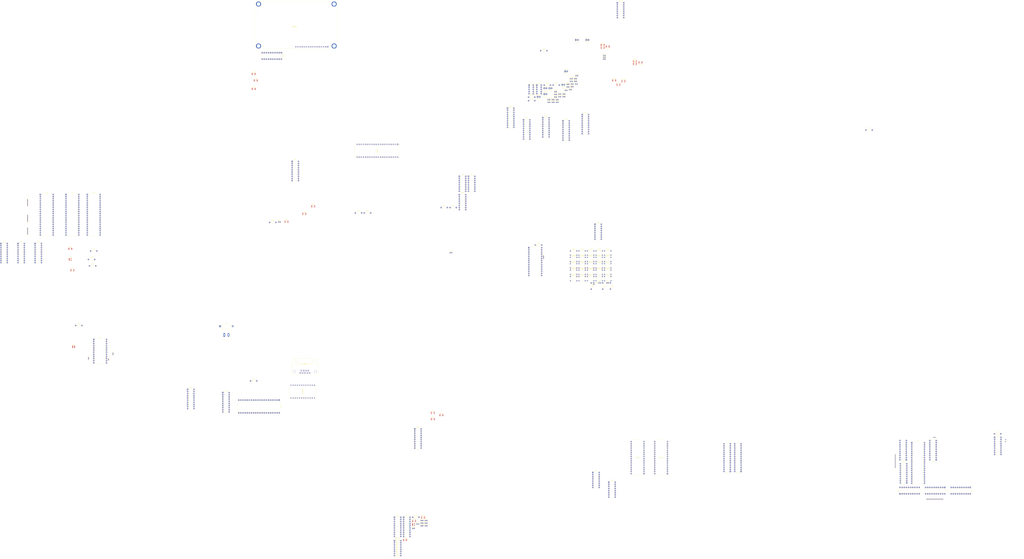
<source format=kicad_pcb>
(kicad_pcb (version 20211014) (generator pcbnew)
  (layers (0 "F.Cu" power "PWR") (1 "In1.Cu" signal "A.Cu") (2 "In2.Cu" signal "B.Cu") (3 "In3.Cu" signal "C.Cu") (4 "In4.Cu" signal "D.Cu") (31 "B.Cu" power "GND") (34 "B.Paste" user) (35 "F.Paste" user) (36 "B.SilkS" user "B.Silkscreen") (37 "F.SilkS" user "F.Silkscreen") (38 "B.Mask" user "B.Something") (39 "F.Mask" user) (44 "Edge.Cuts" user))
  (net 0 "")
  (net 1 "VCC")
  (net 2 "GND")
  (net 3 "Net-(C11-Pad1)")
  (net 4 "Net-(C42-Pad1)")
  (net 5 "Net-(C61-Pad1)")
  (net 6 "Net-(D111-Pad1)")
  (net 7 "Net-(D111-Pad2)")
  (net 8 "Net-(D112-Pad1)")
  (net 9 "Net-(D112-Pad2)")
  (net 10 "Net-(D113-Pad1)")
  (net 11 "Net-(D113-Pad2)")
  (net 12 "Net-(D114-Pad1)")
  (net 13 "Net-(D114-Pad2)")
  (net 14 "Net-(D115-Pad1)")
  (net 15 "Net-(D115-Pad2)")
  (net 16 "Net-(D116-Pad1)")
  (net 17 "Net-(D116-Pad2)")
  (net 18 "Net-(D117-Pad1)")
  (net 19 "Net-(D117-Pad2)")
  (net 20 "Net-(D118-Pad1)")
  (net 21 "Net-(D118-Pad2)")
  (net 22 "A1")
  (net 23 "WR")
  (net 24 "/LCD Bullet 10/CS")
  (net 25 "D0")
  (net 26 "D1")
  (net 27 "D2")
  (net 28 "D3")
  (net 29 "D7")
  (net 30 "D6")
  (net 31 "D5")
  (net 32 "D4")
  (net 37 "A0")
  (net 38 "A2")
  (net 39 "A3")
  (net 40 "A4")
  (net 41 "A5")
  (net 42 "A6")
  (net 43 "A7")
  (net 44 "A8")
  (net 45 "A9")
  (net 46 "A10")
  (net 47 "A11")
  (net 48 "A12")
  (net 49 "A13")
  (net 50 "A14")
  (net 51 "A15")
  (net 52 "A16")
  (net 53 "A17")
  (net 54 "A18")
  (net 55 "A19")
  (net 56 "D8")
  (net 57 "D9")
  (net 58 "D10")
  (net 59 "D11")
  (net 60 "D12")
  (net 61 "D13")
  (net 62 "D14")
  (net 63 "D15")
  (net 64 "M{slash}IO")
  (net 65 "RD")
  (net 66 "PA0")
  (net 67 "PA1")
  (net 68 "PA2")
  (net 69 "PA3")
  (net 70 "PA4")
  (net 71 "PA5")
  (net 72 "PA6")
  (net 73 "PA7")
  (net 74 "PB0")
  (net 75 "PB1")
  (net 76 "PB2")
  (net 77 "PB3")
  (net 78 "PB4")
  (net 79 "PB5")
  (net 80 "PB6")
  (net 81 "PB7")
  (net 82 "PC0")
  (net 83 "PC1")
  (net 84 "PC2")
  (net 85 "PC3")
  (net 86 "PC4")
  (net 87 "PC5")
  (net 88 "PC6")
  (net 89 "PC7")
  (net 90 "Net-(J61-Pad1)")
  (net 91 "Net-(J61-Pad2)")
  (net 92 "Net-(J61-Pad3)")
  (net 93 "Net-(J61-Pad4)")
  (net 94 "Net-(J71-Pad1)")
  (net 95 "Net-(J71-Pad2)")
  (net 96 "Net-(J71-Pad3)")
  (net 97 "Net-(J72-Pad1)")
  (net 98 "Net-(J72-Pad2)")
  (net 99 "Net-(J73-Pad1)")
  (net 100 "Net-(J73-Pad2)")
  (net 101 "Net-(J73-Pad3)")
  (net 102 "RDSR")
  (net 103 "RRD")
  (net 104 "RTD")
  (net 105 "RDTR")
  (net 106 "RRTS")
  (net 107 "RCTS")
  (net 109 "Net-(R11-Pad1)")
  (net 110 "Net-(R61-Pad1)")
  (net 111 "Net-(R62-Pad1)")
  (net 112 "Net-(R83-Pad1)")
  (net 113 "Net-(R119-Pad1)")
  (net 114 "Net-(R119-Pad2)")
  (net 115 "Net-(R121-Pad2)")
  (net 116 "Net-(R122-Pad2)")
  (net 117 "Net-(R123-Pad2)")
  (net 118 "Net-(R124-Pad2)")
  (net 119 "Net-(R125-Pad2)")
  (net 120 "Net-(R126-Pad2)")
  (net 121 "Net-(R127-Pad2)")
  (net 122 "Net-(R128-Pad2)")
  (net 123 "Net-(R1110-Pad1)")
  (net 124 "Net-(R1110-Pad2)")
  (net 125 "Net-(R1111-Pad1)")
  (net 126 "Net-(R1111-Pad2)")
  (net 127 "Net-(R1112-Pad1)")
  (net 128 "Net-(R1112-Pad2)")
  (net 129 "Net-(R1113-Pad1)")
  (net 130 "Net-(R1113-Pad2)")
  (net 131 "Net-(R1114-Pad1)")
  (net 132 "Net-(R1114-Pad2)")
  (net 133 "Net-(R1115-Pad1)")
  (net 134 "Net-(R1115-Pad2)")
  (net 135 "Net-(R1116-Pad1)")
  (net 136 "Net-(R1116-Pad2)")
  (net 137 "Net-(R1117-Pad1)")
  (net 138 "Net-(R1117-Pad2)")
  (net 139 "Net-(R1118-Pad1)")
  (net 140 "Net-(R1118-Pad2)")
  (net 141 "Net-(R1119-Pad1)")
  (net 142 "Net-(R1119-Pad2)")
  (net 143 "Net-(R1120-Pad1)")
  (net 144 "Net-(R1120-Pad2)")
  (net 145 "Net-(R1121-Pad1)")
  (net 146 "Net-(R1121-Pad2)")
  (net 147 "Net-(R1122-Pad1)")
  (net 148 "Net-(R1122-Pad2)")
  (net 149 "Net-(R1123-Pad1)")
  (net 150 "Net-(R1123-Pad2)")
  (net 151 "Net-(R1124-Pad1)")
  (net 152 "Net-(R1124-Pad2)")
  (net 153 "Net-(R1125-Pad1)")
  (net 154 "Net-(R1126-Pad2)")
  (net 155 "Net-(R1127-Pad1)")
  (net 156 "Net-(R1128-Pad1)")
  (net 157 "Net-(SW81-Pad1)")
  (net 158 "Net-(SW82-Pad1)")
  (net 159 "/8279 Bullet 8/RL0")
  (net 160 "Net-(SW813-Pad2)")
  (net 161 "Net-(SW814-Pad2)")
  (net 162 "Net-(SW810-Pad2)")
  (net 163 "Net-(SW811-Pad2)")
  (net 164 "Net-(SW812-Pad2)")
  (net 165 "/8279 Bullet 8/RL1")
  (net 166 "/8279 Bullet 8/RL2")
  (net 167 "/8279 Bullet 8/RL3")
  (net 168 "/8086 Bullet One/AD14")
  (net 169 "/8086 Bullet One/AD13")
  (net 170 "/8086 Bullet One/AD12")
  (net 171 "/8086 Bullet One/AD11")
  (net 172 "/8086 Bullet One/AD10")
  (net 173 "/8086 Bullet One/AD9")
  (net 174 "/8086 Bullet One/AD8")
  (net 175 "/8086 Bullet One/AD7")
  (net 176 "/8086 Bullet One/AD6")
  (net 177 "/8086 Bullet One/AD5")
  (net 178 "/8086 Bullet One/AD4")
  (net 179 "/8086 Bullet One/AD3")
  (net 180 "/8086 Bullet One/AD2")
  (net 181 "/8086 Bullet One/AD1")
  (net 182 "/8086 Bullet One/AD0")
  (net 183 "INTR")
  (net 184 "/8086 Bullet One/Clk")
  (net 185 "/8086 Bullet One/Reset")
  (net 186 "/8086 Bullet One/READY")
  (net 187 "INTA")
  (net 188 "Net-(U1-Pad25)")
  (net 189 "Net-(U1-Pad26)")
  (net 190 "Net-(U1-Pad27)")
  (net 191 "Net-(U1-Pad28)")
  (net 192 "Net-(U1-Pad29)")
  (net 194 "Net-(U1-Pad32)")
  (net 195 "Net-(U1-Pad34)")
  (net 196 "/8086 Bullet One/AD19")
  (net 197 "/8086 Bullet One/AD18")
  (net 198 "/8086 Bullet One/AD17")
  (net 199 "/8086 Bullet One/AD16")
  (net 200 "/8086 Bullet One/AD15")
  (net 201 "BHE")
  (net 213 "Net-(U21-Pad22)")
  (net 215 "Net-(U22-Pad22)")
  (net 231 "Net-(U31-Pad20)")
  (net 232 "Net-(U32-Pad4)")
  (net 240 "Net-(U33-Pad20)")
  (net 255 "PCLK")
  (net 258 "Net-(U41-Pad16)")
  (net 259 "Net-(U41-Pad17)")
  (net 260 "Net-(U51-Pad6)")
  (net 261 "Net-(U52-Pad19)")
  (net 262 "Net-(U53-Pad6)")
  (net 263 "Net-(U54-Pad19)")
  (net 264 "Net-(U55-Pad6)")
  (net 265 "Net-(U56-Pad19)")
  (net 266 "Net-(U61-Pad1)")
  (net 270 "IR1")
  (net 271 "/8259 Bullet 6/IR2")
  (net 272 "IR3")
  (net 273 "Net-(U62-Pad11)")
  (net 274 "Net-(U63-Pad7)")
  (net 275 "Net-(U64-Pad7)")
  (net 276 "Net-(U71-Pad21)")
  (net 277 "Net-(U72-Pad11)")
  (net 278 "Net-(U81-Pad22)")
  (net 288 "/8279 Bullet 8/SL0")
  (net 289 "/8279 Bullet 8/SL1")
  (net 290 "/8279 Bullet 8/SL2")
  (net 292 "Net-(U82-Pad11)")
  (net 293 "Net-(U83-Pad7)")
  (net 294 "Net-(U84-Pad7)")
  (net 298 "Net-(U91-Pad15)")
  (net 299 "URD")
  (net 300 "UTD")
  (net 301 "Net-(U91-Pad13)")
  (net 307 "URTS")
  (net 308 "UDTR")
  (net 310 "UCTS")
  (net 311 "UDSR")
  (net 322 "Net-(U102-Pad11)")
  (net 324 "Net-(U103-Pad7)")
  (net 325 "Net-(U104-Pad7)")
  (net 326 "Net-(U111-Pad11)")
  (net 327 "Net-(U115-Pad11)")
  (net 328 "Net-(U115-Pad19)")
  (net 329 "Net-(U1110-Pad7)")
  (net 330 "Net-(U117-Pad7)")
  (net 331 "Net-(U118-Pad6)")
  (net 332 "Net-(U121-Pad4)")
  (net 333 "Net-(U122-Pad19)")
  (net 334 "Net-(U123-Pad11)")
  (net 335 "Net-(U124-Pad7)")
  (net 336 "Net-(U125-Pad7)")
  (net 337 "Net-(U1112-Pad11)")
  (net 338 "Net-(U1115-Pad3)")
  (net 344 "Net-(U1115-Pad13)")
  (net 345 "Net-(U1115-Pad14)")
  (net 346 "Net-(U1115-Pad15)")
  (net 347 "Net-(U1116-Pad11)")
  (net 349 "Net-(U1117-Pad7)")
  (net 350 "Net-(U1118-Pad6)")
  (footprint "Capacitor_THT:C_Axial_L3.8mm_D2.6mm_P7.50mm_Horizontal" (layer "F.Cu") (at 329.85 46.135)
    (fp_text reference "C21")
    (fp_text value "0.1uF")
  )
  (footprint "Package_DIP:DIP-16_W7.62mm" (layer "F.Cu") (at 443.05 2.565)
    (fp_text reference "U32")
    (fp_text value "74LS138")
  )
  (footprint "Button_Switch_THT:SW_Tactile_Straight_KSA0Axx1LFTR" (layer "F.Cu") (at 615.95 121.92)
    (fp_text reference "SW0")
    (fp_text value "SW_Push")
  )
  (footprint "Button_Switch_THT:SW_Tactile_Straight_KSA0Axx1LFTR" (layer "F.Cu") (at 605.79 99.06)
    (fp_text reference "SW811")
    (fp_text value "SW_Push")
  )
  (footprint "Connector_PinHeader_1.00mm:PinHeader_1x03_P1.00mm_Vertical" (layer "F.Cu") (at 30.48 213.36)
    (fp_text reference "J73")
    (fp_text value "Conn_01x03")
  )
  (footprint "Package_SO:SSOP-8_2.95x2.8mm_P0.65mm" (layer "F.Cu") (at 237.19 56.515)
    (fp_text reference "U85")
    (fp_text value "74LVC2G32")
  )
  (footprint "Package_DIP:DIP-40_W15.24mm" (layer "F.Cu") (at 228.6 269.24 -90)
    (fp_text reference "U91")
    (fp_text value "16550")
  )
  (footprint "Button_Switch_THT:SW_Tactile_Straight_KSA0Axx1LFTR" (layer "F.Cu") (at 585.47 106.68)
    (fp_text reference "SW814")
    (fp_text value "SW_Push")
  )
  (footprint "Resistor_THT:R_Axial_DIN0204_L3.6mm_D1.6mm_P1.90mm_Vertical" (layer "F.Cu") (at 392.56 416.94)
    (fp_text reference "R124")
    (fp_text value "10k")
  )
  (footprint "Capacitor_THT:C_Axial_L3.8mm_D2.6mm_P7.50mm_Horizontal" (layer "F.Cu") (at 3.87 91.44)
    (fp_text reference "C51")
    (fp_text value "0.1uF")
  )
  (footprint "Button_Switch_THT:SW_Tactile_Straight_KSA0Axx1LFTR" (layer "F.Cu") (at 615.95 114.3)
    (fp_text reference "SW822")
    (fp_text value "SW_Push")
  )
  (footprint "Resistor_THT:R_Axial_DIN0204_L3.6mm_D1.6mm_P1.90mm_Vertical" (layer "F.Cu") (at 581.93 -117.42)
    (fp_text reference "R1128")
    (fp_text value "330")
  )
  (footprint "Connector_PinHeader_1.00mm:PinHeader_1x04_P1.00mm_Vertical" (layer "F.Cu") (at 543.26431 97.513317)
    (fp_text reference "J61")
    (fp_text value "Conn_01x04")
  )
  (footprint "Package_DIP:DIP-20_W7.62mm" (layer "F.Cu") (at 389.9 303.535)
    (fp_text reference "U62")
    (fp_text value "PAL16L8")
  )
  (footprint "Package_DIP:DIP-20_W7.62mm" (layer "F.Cu") (at 365.76 408.94)
    (fp_text reference "U123")
    (fp_text value "PAL16L8")
  )
  (footprint "Package_DIP:DIP-20_W7.62mm" (layer "F.Cu") (at 967.75 380.98 90)
    (fp_text reference "U2")
    (fp_text value "74AHC373")
  )
  (footprint "Package_DIP:DIP-20_W7.62mm" (layer "F.Cu") (at 519.44 -64.765)
    (fp_text reference "U111")
    (fp_text value "74LS374")
  )
  (footprint "Capacitor_THT:C_Axial_L3.8mm_D2.6mm_P7.50mm_Horizontal" (layer "F.Cu") (at 544.05 -106.27)
    (fp_text reference "C114")
    (fp_text value "0.1uF")
  )
  (footprint "Resistor_THT:R_Axial_DIN0204_L3.6mm_D1.6mm_P1.90mm_Vertical" (layer "F.Cu") (at 556.65 -95.12)
    (fp_text reference "R114")
    (fp_text value "330")
  )
  (footprint "Resistor_THT:R_Axial_DIN0204_L3.6mm_D1.6mm_P1.90mm_Vertical" (layer "F.Cu") (at 576.36 -107.52)
    (fp_text reference "R112")
    (fp_text value "330")
  )
  (footprint "Package_DIP:DIP-20_W7.62mm" (layer "F.Cu") (at 243.84 -15.24)
    (fp_text reference "U82")
    (fp_text value "PAL16L8")
  )
  (footprint "Capacitor_THT:C_Axial_L3.8mm_D2.6mm_P7.50mm_Horizontal" (layer "F.Cu") (at 525.43 -87.71)
    (fp_text reference "C113")
    (fp_text value "0.1uF")
  )
  (footprint "Package_SO:SSOP-8_2.95x2.8mm_P0.65mm" (layer "F.Cu") (at 198.12 -119.38)
    (fp_text reference "U103")
    (fp_text value "74LVC2G32")
  )
  (footprint "Resistor_THT:R_Axial_DIN0204_L3.6mm_D1.6mm_P1.90mm_Vertical" (layer "F.Cu") (at 576.36 -104.37)
    (fp_text reference "R1120")
    (fp_text value "300")
  )
  (footprint "Package_DIP:DIP-16_W7.62mm" (layer "F.Cu") (at 601.98 355.6)
    (fp_text reference "U24")
    (fp_text value "74LS138")
  )
  (footprint "Resistor_THT:R_Axial_DIN0204_L3.6mm_D1.6mm_P1.90mm_Vertical" (layer "F.Cu") (at 556.65 -98.27)
    (fp_text reference "R116")
    (fp_text value "330")
  )
  (footprint "Package_DIP:DIP-20_W7.62mm" (layer "F.Cu") (at 119.38 256.54)
    (fp_text reference "U72")
    (fp_text value "PAL16L8")
  )
  (footprint "Resistor_THT:R_Axial_DIN0204_L3.6mm_D1.6mm_P1.90mm_Vertical" (layer "F.Cu") (at 558.6 -88.82)
    (fp_text reference "R113")
    (fp_text value "330")
  )
  (footprint "Package_SO:SSOP-8_2.95x2.8mm_P0.65mm" (layer "F.Cu") (at 258.33 47.415)
    (fp_text reference "U83")
    (fp_text value "74LVC2G32")
  )
  (footprint "Resistor_THT:R_Axial_DIN0204_L3.6mm_D1.6mm_P1.90mm_Vertical" (layer "F.Cu") (at 561.61 -95.52)
    (fp_text reference "R1127")
    (fp_text value "330")
  )
  (footprint "Package_DIP:DIP-16_W7.62mm" (layer "F.Cu") (at 604.545 59.705)
    (fp_text reference "U86")
    (fp_text value "74LS138")
  )
  (footprint "Display_7Segment:HDSP-7401" (layer "F.Cu") (at 526.045 -106.155)
    (fp_text reference "U112")
    (fp_text value "HDSP-7401")
  )
  (footprint "Package_DIP:DIP-20_W7.62mm" (layer "F.Cu") (at 975.355 340.345 180)
    (fp_text reference "U6")
    (fp_text value "74LS245")
  )
  (footprint "Button_Switch_THT:SW_Tactile_Straight_KSA0Axx1LFTR" (layer "F.Cu") (at 605.79 91.44)
    (fp_text reference "SW86")
    (fp_text value "SW_Push")
  )
  (footprint "Package_DIP:DIP-20_W7.62mm" (layer "F.Cu") (at 1051.56 373.38 -90)
    (fp_text reference "U4")
    (fp_text value "74AHC373")
  )
  (footprint "Resistor_THT:R_Axial_DIN0204_L3.6mm_D1.6mm_P1.90mm_Vertical" (layer "F.Cu") (at 614.729545 -139.331306)
    (fp_text reference "R1112")
    (fp_text value "300")
  )
  (footprint "Package_DIP:DIP-28_W7.62mm" (layer "F.Cu") (at 778.5 354.32 180)
    (fp_text reference "U33")
    (fp_text value "CY7C199")
  )
  (footprint "Capacitor_THT:CP_Axial_L10.0mm_D4.5mm_P15.00mm_Horizontal" (layer "F.Cu") (at 158.133253 181.162334)
    (fp_text reference "C0")
    (fp_text value "100uF")
  )
  (footprint "Resistor_THT:R_Axial_DIN0204_L3.6mm_D1.6mm_P1.90mm_Vertical" (layer "F.Cu") (at 566.57 -92.37)
    (fp_text reference "R1124")
    (fp_text value "300")
  )
  (footprint "Capacitor_THT:C_Axial_L3.8mm_D2.6mm_P7.50mm_Horizontal" (layer "F.Cu") (at 217.1 57.435)
    (fp_text reference "C81")
    (fp_text value "0.1uF")
  )
  (footprint "Capacitor_THT:C_Axial_L3.8mm_D2.6mm_P7.50mm_Horizontal" (layer "F.Cu") (at 600.205863 129.547789 -90)
    (fp_text reference "C42")
    (fp_text value "10uF")
  )
  (footprint "Capacitor_THT:C_Axial_L3.8mm_D2.6mm_P7.50mm_Horizontal" (layer "F.Cu") (at 927.221965 -52.635635)
    (fp_text reference "C12")
    (fp_text value "0.1uF")
  )
  (footprint "Capacitor_THT:C_Axial_L3.8mm_D2.6mm_P7.50mm_Horizontal" (layer "F.Cu") (at 1080.314769 309.407462)
    (fp_text reference "C41")
    (fp_text value "0.1uF")
  )
  (footprint "LED_THT:LED_D1.8mm_W1.8mm_H2.4mm_Horizontal_O1.27mm_Z1.6mm" (layer "F.Cu") (at 544.25 -95.52)
    (fp_text reference "D116")
    (fp_text value "LED")
  )
  (footprint "Resistor_THT:R_Axial_DIN0204_L3.6mm_D1.6mm_P1.90mm_Vertical" (layer "F.Cu") (at 431.95 93.615)
    (fp_text reference "R62")
    (fp_text value "10K")
  )
  (footprint "Package_DIP:DIP-20_W7.62mm" (layer "F.Cu") (at 975.887741 367.997384 180)
    (fp_text reference "U5")
    (fp_text value "74LS245")
  )
  (footprint "Connector_PinHeader_1.00mm:PinHeader_1x08_P1.00mm_Vertical" (layer "F.Cu") (at -71.12 71.12 180)
    (fp_text reference "J52")
    (fp_text value "Conn_01x08")
  )
  (footprint "Resistor_THT:R_Axial_DIN0204_L3.6mm_D1.6mm_P1.90mm_Vertical" (layer "F.Cu") (at 574.21 -100.82)
    (fp_text reference "R1126")
    (fp_text value "330")
  )
  (footprint "Package_DIP:DIP-24_W15.24mm" (layer "F.Cu") (at 7.615 196.845)
    (fp_text reference "U71")
    (fp_text value "8254")
  )
  (footprint "Package_SO:SSOP-8_2.95x2.8mm_P0.65mm" (layer "F.Cu") (at 652.08542 -134.591069)
    (fp_text reference "U1117")
    (fp_text value "74LVC2G32")
  )
  (footprint "parts:28F010" (layer "F.Cu") (at 662.94 356.87 180)
    (fp_text reference "U21")
    (fp_text value "28F010")
  )
  (footprint "Connector_PinHeader_1.00mm:PinHeader_1x03_P1.00mm_Vertical" (layer "F.Cu") (at 1.473464 218.503289)
    (fp_text reference "J71")
    (fp_text value "Conn_01x03")
  )
  (footprint "Button_Switch_THT:SW_Tactile_Straight_KSA0Axx1LFTR" (layer "F.Cu") (at 575.31 99.06)
    (fp_text reference "SW88")
    (fp_text value "SW_Push")
  )
  (footprint "Package_SO:SSOP-8_2.95x2.8mm_P0.65mm" (layer "F.Cu") (at 632.46 -106.68)
    (fp_text reference "U1121")
    (fp_text value "74LVC2G32")
  )
  (footprint "Button_Switch_THT:SW_Tactile_Straight_KSA0Axx1LFTR" (layer "F.Cu") (at 615.95 99.06)
    (fp_text reference "SW812")
    (fp_text value "SW_Push")
  )
  (footprint "LED_THT:LED_D1.8mm_W1.8mm_H2.4mm_Horizontal_O1.27mm_Z1.6mm" (layer "F.Cu") (at 569.03 -122.52)
    (fp_text reference "D115")
    (fp_text value "LED")
  )
  (footprint "Package_SO:SSOP-8_2.95x2.8mm_P0.65mm" (layer "F.Cu") (at 378.26 436.04)
    (fp_text reference "U126")
    (fp_text value "74LVC2G32")
  )
  (footprint "Package_DIP:DIP-20_W7.62mm" (layer "F.Cu") (at -82.54 82.555)
    (fp_text reference "U56")
    (fp_text value "PAL16L8")
  )
  (footprint "Package_DIP:DIP-20_W7.62mm" (layer "F.Cu") (at 231.14 -144.78 -90)
    (fp_text reference "U102")
    (fp_text value "PAL16L8")
  )
  (footprint "Package_DIP:DIP-16_W7.62mm" (layer "F.Cu") (at 621.04 367.045)
    (fp_text reference "U23")
    (fp_text value "74LS138")
  )
  (footprint "parts:28F010" (layer "F.Cu") (at 690.88 356.87 180)
    (fp_text reference "U22")
    (fp_text value "28F010")
  )
  (footprint "Button_Switch_THT:SW_Tactile_Straight_KSA0Axx1LFTR" (layer "F.Cu") (at 585.47 114.3)
    (fp_text reference "SW819")
    (fp_text value "SW_Push")
  )
  (footprint "Resistor_THT:R_Axial_DIN0204_L3.6mm_D1.6mm_P1.90mm_Vertical" (layer "F.Cu") (at 556.65 -91.97)
    (fp_text reference "R1122")
    (fp_text value "300")
  )
  (footprint "Button_Switch_THT:SW_Tactile_Straight_KSA0Axx1LFTR" (layer "F.Cu") (at 575.31 121.92)
    (fp_text reference "SW82")
    (fp_text value "SW_Push")
  )
  (footprint "Resistor_THT:R_Axial_DIN0204_L3.6mm_D1.6mm_P1.90mm_Vertical" (layer "F.Cu") (at 571.4 -107.12)
    (fp_text reference "R1116")
    (fp_text value "300")
  )
  (footprint "TerminalBlock:TerminalBlock_Altech_AK300-2_P5.00mm" (layer "F.Cu") (at 163.107331 191.574116)
    (fp_text reference "P1")
    (fp_text value "Screw_Terminal_01x02")
  )
  (footprint "parts:DSUB-9" (layer "F.Cu") (at 259.08 226.06)
    (fp_text reference "J91")
    (fp_text value "DSUB-9")
  )
  (footprint "Package_TO_SOT_SMD:SOT-23-6" (layer "F.Cu") (at -16.3775 205.74)
    (fp_text reference "U73")
    (fp_text value "74LVC1G332")
  )
  (footprint "Resistor_THT:R_Axial_DIN0204_L3.6mm_D1.6mm_P1.90mm_Vertical" (layer "F.Cu") (at 553.64 -85.67)
    (fp_text reference "R1115")
    (fp_text value "300")
  )
  (footprint "Button_Switch_THT:SW_Tactile_Straight_KSA0Axx1LFTR" (layer "F.Cu") (at 595.63 114.3)
    (fp_text reference "SW820")
    (fp_text value "SW_Push")
  )
  (footprint "Resistor_THT:R_Axial_DIN0204_L3.6mm_D1.6mm_P1.90mm_Vertical" (layer "F.Cu") (at 402.48 415.94)
    (fp_text reference "R126")
    (fp_text value "10k")
  )
  (footprint "Capacitor_THT:C_Axial_L3.8mm_D2.6mm_P7.50mm_Horizontal" (layer "F.Cu") (at 525.43 -91.86)
    (fp_text reference "C112")
    (fp_text value "0.1uF")
  )
  (footprint "Package_DIP:DIP-40_W15.24mm" (layer "F.Cu") (at -25.405 24.135)
    (fp_text reference "U51")
    (fp_text value "8255")
  )
  (footprint "Button_Switch_THT:SW_Tactile_Straight_KSA0Axx1LFTR" (layer "F.Cu") (at 595.63 99.06)
    (fp_text reference "SW810")
    (fp_text value "SW_Push")
  )
  (footprint "Connector_PinHeader_1.00mm:PinHeader_1x20_P1.00mm_Vertical" (layer "F.Cu") (at 999.755234 387.34 90)
    (fp_text reference "J1")
    (fp_text value "Conn_01x20")
  )
  (footprint "Package_SO:SSOP-8_2.95x2.8mm_P0.65mm" (layer "F.Cu") (at 411.48 284.48)
    (fp_text reference "U63")
    (fp_text value "74LVC2G32")
  )
  (footprint "Resistor_THT:R_Axial_DIN0204_L3.6mm_D1.6mm_P1.90mm_Vertical" (layer "F.Cu") (at 548.68 -85.67)
    (fp_text reference "R118")
    (fp_text value "330")
  )
  (footprint "Button_Switch_THT:SW_Tactile_Straight_KSA0Axx1LFTR" (layer "F.Cu") (at 575.31 106.68)
    (fp_text reference "SW813")
    (fp_text value "SW_Push")
  )
  (footprint "Package_SO:SSOP-8_2.95x2.8mm_P0.65mm" (layer "F.Cu") (at 652.074054 -131.247923)
    (fp_text reference "U1119")
    (fp_text value "74LVC2G32")
  )
  (footprint "Resistor_THT:R_Axial_DIN0204_L3.6mm_D1.6mm_P1.90mm_Vertical" (layer "F.Cu") (at 569.25 -99.87)
    (fp_text reference "R1110")
    (fp_text value "300")
  )
  (footprint "LED_THT:LED_D1.8mm_W1.8mm_H2.4mm_Horizontal_O1.27mm_Z1.6mm" (layer "F.Cu") (at 565.55 -106.57)
    (fp_text reference "D117")
    (fp_text value "LED")
  )
  (footprint "Package_SO:SSOP-8_2.95x2.8mm_P0.65mm" (layer "F.Cu") (at 613.722168 -150.760163)
    (fp_text reference "U119")
    (fp_text value "74LVC2G32")
  )
  (footprint "Connector_PinHeader_1.00mm:PinHeader_1x16_P1.00mm_Vertical" (layer "F.Cu") (at 962.133069 349.335914 180)
    (fp_text reference "J2")
    (fp_text value "Conn_01x16")
  )
  (footprint "Resistor_THT:R_Axial_DIN0204_L3.6mm_D1.6mm_P1.90mm_Vertical" (layer "F.Cu") (at 580.34 -113.82)
    (fp_text reference "R111")
    (fp_text value "330")
  )
  (footprint "Resistor_THT:R_Axial_DIN0204_L3.6mm_D1.6mm_P1.90mm_Vertical" (layer "F.Cu") (at 575.38 -113.82)
    (fp_text reference "R1118")
    (fp_text value "300")
  )
  (footprint "Button_Switch_THT:SW_Tactile_Straight_KSA0Axx1LFTR" (layer "F.Cu") (at 615.95 91.44)
    (fp_text reference "SW87")
    (fp_text value "SW_Push")
  )
  (footprint "Capacitor_THT:C_Axial_L3.8mm_D2.6mm_P7.50mm_Horizontal" (layer "F.Cu") (at -13.91 180.34)
    (fp_text reference "C71")
    (fp_text value "0.1uF")
  )
  (footprint "Package_DIP:DIP-20_W7.62mm" (layer "F.Cu") (at 1010.915 340.345 180)
    (fp_text reference "U7")
    (fp_text value "74LS244")
  )
  (footprint "Resistor_THT:R_Axial_DIN0204_L3.6mm_D1.6mm_P1.90mm_Vertical" (layer "F.Cu") (at 614.75793 -141.525613)
    (fp_text reference "R1111")
    (fp_text value "300")
  )
  (footprint "Button_Switch_THT:SW_Tactile_Straight_KSA0Axx1LFTR" (layer "F.Cu") (at 615.95 106.68)
    (fp_text reference "SW817")
    (fp_text value "SW_Push")
  )
  (footprint "Button_Switch_THT:SW_Tactile_Straight_KSA0Axx1LFTR" (layer "F.Cu") (at 595.63 121.92)
    (fp_text reference "SW41")
    (fp_text value "SW_Push")
  )
  (footprint "Package_DIP:DIP-20_W7.62mm" (layer "F.Cu") (at 1021.08 373.38 -90)
    (fp_text reference "U3")
    (fp_text value "74AHC373")
  )
  (footprint "Package_SO:SSOP-8_2.95x2.8mm_P0.65mm" (layer "F.Cu") (at 627.38 -111.76)
    (fp_text reference "U1122")
    (fp_text value "74LVC2G32")
  )
  (footprint "Package_DIP:DIP-40_W15.24mm" (layer "F.Cu") (at -0.005 24.135)
    (fp_text reference "U55")
    (fp_text value "8255")
  )
  (footprint "Connector_PinHeader_1.00mm:PinHeader_1x08_P1.00mm_Vertical" (layer "F.Cu") (at -71.12 30.48)
    (fp_text reference "J51")
    (fp_text value "Conn_01x08")
  )
  (footprint "Connector_PinHeader_1.00mm:PinHeader_1x08_P1.00mm_Vertical" (layer "F.Cu") (at -71.12 55.88 180)
    (fp_text reference "J53")
    (fp_text value "Conn_01x08")
  )
  (footprint "Button_Switch_THT:SW_Tactile_Straight_KSA0Axx1LFTR" (layer "F.Cu") (at 585.47 91.44)
    (fp_text reference "SW84")
    (fp_text value "SW_Push")
  )
  (footprint "Package_DIP:DIP-40_W15.24mm" (layer "F.Cu") (at 981.71 320.035)
    (fp_text reference "U1")
    (fp_text value "8086_Min_Mode")
  )
  (footprint "Package_DIP:DIP-20_W7.62mm" (layer "F.Cu") (at 500.38 -78.74)
    (fp_text reference "U116")
    (fp_text value "74LS374")
  )
  (footprint "Package_DIP:DIP-40_W15.24mm" (layer "F.Cu") (at -55.885 24.135)
    (fp_text reference "U53")
    (fp_text value "8255")
  )
  (footprint "Resistor_THT:R_Axial_DIN0204_L3.6mm_D1.6mm_P1.90mm_Vertical" (layer "F.Cu") (at 402.48 412.79)
    (fp_text reference "R121")
    (fp_text value "10k")
  )
  (footprint "Package_DIP:DIP-20_W7.62mm" (layer "F.Cu") (at 566.42 -63.5)
    (fp_text reference "U115")
    (fp_text value "PAL16L8")
  )
  (footprint "Package_DIP:DIP-20_W7.62mm" (layer "F.Cu") (at 376.61 408.94)
    (fp_text reference "U122")
    (fp_text value "74LS244")
  )
  (footprint "Connector_PinHeader_1.00mm:PinHeader_1x03_P1.00mm_Vertical" (layer "F.Cu") (at 1009.655 313.68 -90)
    (fp_text reference "J3")
    (fp_text value "Conn_01x03")
  )
  (footprint "Package_DIP:DIP-20_W7.62mm" (layer "F.Cu") (at -62.22 82.555)
    (fp_text reference "U52")
    (fp_text value "PAL16L8")
  )
  (footprint "Resistor_THT:R_Axial_DIN0204_L3.6mm_D1.6mm_P1.90mm_Vertical" (layer "F.Cu") (at 566.57 -95.52)
    (fp_text reference "R115")
    (fp_text value "330")
  )
  (footprint "Package_DIP:DIP-18_W7.62mm" (layer "F.Cu") (at 1080.395234 313.7)
    (fp_text reference "U41")
    (fp_text value "8284")
  )
  (footprint "Capacitor_THT:C_Axial_L3.8mm_D2.6mm_P7.50mm_Horizontal" (layer "F.Cu") (at 431.95 39.715)
    (fp_text reference "C31")
    (fp_text value "0.1uF")
  )
  (footprint "Package_SO:SSOP-8_2.95x2.8mm_P0.65mm" (layer "F.Cu") (at -20.32 88.9)
    (fp_text reference "U59")
    (fp_text value "74AHC2G00")
  )
  (footprint "Button_Switch_THT:SW_Tactile_Straight_KSA0Axx1LFTR" (layer "F.Cu") (at 595.63 91.44)
    (fp_text reference "SW85")
    (fp_text value "SW_Push")
  )
  (footprint "Package_DIP:DIP-20_W7.62mm" (layer "F.Cu") (at 589.28 -71.12)
    (fp_text reference "U1112")
    (fp_text value "74LS374")
  )
  (footprint "LED_THT:LED_D1.8mm_W1.8mm_H2.4mm_Horizontal_O1.27mm_Z1.6mm" (layer "F.Cu") (at 550.3 -102.42)
    (fp_text reference "D112")
    (fp_text value "LED")
  )
  (footprint "Package_TO_SOT_SMD:SOT-23-5" (layer "F.Cu") (at -20.32 101.6)
    (fp_text reference "U58")
    (fp_text value "74LVC1G32")
  )
  (footprint "Resistor_THT:R_Axial_DIN0204_L3.6mm_D1.6mm_P1.90mm_Vertical" (layer "F.Cu") (at 397.52 419.09)
    (fp_text reference "R123")
    (fp_text value "10k")
  )
  (footprint "Resistor_THT:R_Axial_DIN0204_L3.6mm_D1.6mm_P1.90mm_Vertical" (layer "F.Cu") (at 614.68 -137.16)
    (fp_text reference "R1113")
    (fp_text value "300")
  )
  (footprint "Package_SO:SSOP-8_2.95x2.8mm_P0.65mm" (layer "F.Cu") (at -17.78 114.3)
    (fp_text reference "U57")
    (fp_text value "74AHC2G00")
  )
  (footprint "Capacitor_THT:C_Axial_L3.8mm_D2.6mm_P7.50mm_Horizontal" (layer "F.Cu") (at 533.545509 84.512253)
    (fp_text reference "C62")
    (fp_text value "0.1uF")
  )
  (footprint "parts:pkd8279" (layer "F.Cu") (at 321.31 -20.32 -90)
    (fp_text reference "U81")
    (fp_text value "pkd8279")
  )
  (footprint "Button_Switch_THT:SW_Tactile_Straight_KSA0Axx1LFTR" (layer "F.Cu") (at 595.63 106.68)
    (fp_text reference "SW815")
    (fp_text value "SW_Push")
  )
  (footprint "Package_SO:SSOP-8_2.95x2.8mm_P0.65mm" (layer "F.Cu") (at 198.12 -101.6)
    (fp_text reference "U104")
    (fp_text value "74LVC2G32")
  )
  (footprint "Resistor_THT:R_Axial_DIN0204_L3.6mm_D1.6mm_P1.90mm_Vertical" (layer "F.Cu") (at 571.4 -103.97)
    (fp_text reference "R1123")
    (fp_text value "300")
  )
  (footprint "Package_SO:SSOP-8_2.95x2.8mm_P0.65mm" (layer "F.Cu") (at 389.11 413.19)
    (fp_text reference "U124")
    (fp_text value "74LVC2G32")
  )
  (footprint "Package_TO_SOT_SMD:SOT-23-5" (layer "F.Cu") (at 388.41 417.59)
    (fp_text reference "U121")
    (fp_text value "74AHC1G32")
  )
  (footprint "Resistor_THT:R_Axial_DIN0204_L3.6mm_D1.6mm_P1.90mm_Vertical" (layer "F.Cu") (at 609.221118 129.54)
    (fp_text reference "R61")
    (fp_text value "10K")
  )
  (footprint "LED_THT:LED_D1.8mm_W1.8mm_H2.4mm_Horizontal_O1.27mm_Z1.6mm" (layer "F.Cu") (at 544.25 -102.42)
    (fp_text reference "D113")
    (fp_text value "LED")
  )
  (footprint "Package_DIP:DIP-16_W7.62mm" (layer "F.Cu") (at 443.05 24.465)
    (fp_text reference "U35")
    (fp_text value "74LS138")
  )
  (footprint "Capacitor_THT:C_Axial_L3.8mm_D2.6mm_P7.50mm_Horizontal" (layer "F.Cu") (at 387.41 408.94)
    (fp_text reference "C121")
    (fp_text value "0.1uF")
  )
  (footprint "Capacitor_THT:C_Axial_L3.8mm_D2.6mm_P7.50mm_Horizontal" (layer "F.Cu") (at 539.81 -147.32)
    (fp_text reference "C115")
    (fp_text value "0.1uF")
  )
  (footprint "Capacitor_THT:C_Axial_L3.8mm_D2.6mm_P7.50mm_Horizontal" (layer "F.Cu") (at 2.54 109.22)
    (fp_text reference "C53")
    (fp_text value "0.1uF")
  )
  (footprint "Connector_PinHeader_1.00mm:PinHeader_1x02_P1.00mm_Vertical" (layer "F.Cu") (at 25.12768 220.525888)
    (fp_text reference "J72")
    (fp_text value "Conn_01x02")
  )
  (footprint "Resistor_THT:R_Axial_DIN0204_L3.6mm_D1.6mm_P1.90mm_Vertical" (layer "F.Cu") (at 581.32 -107.52)
    (fp_text reference "R1125")
    (fp_text value "330")
  )
  (footprint "Package_DIP:DIP-16_W7.62mm" (layer "F.Cu") (at 453.9 2.565)
    (fp_text reference "U34")
    (fp_text value "74LS138")
  )
  (footprint "Package_SO:SSOP-8_2.95x2.8mm_P0.65mm" (layer "F.Cu") (at 658.7 -133.055 180)
    (fp_text reference "U1118")
    (fp_text value "74LVC2G32")
  )
  (footprint "Package_SO:SSOP-8_2.95x2.8mm_P0.65mm" (layer "F.Cu") (at 619.76 -152.4 180)
    (fp_text reference "U118")
    (fp_text value "74LVC2G32")
  )
  (footprint "Crystal:Crystal_AT310_D3.0mm_L10.0mm_Vertical" (layer "F.Cu") (at 1093.609779 316.322003 -90)
    (fp_text reference "Y1")
    (fp_text value "15MHZ")
  )
  (footprint "parts:max235cpg" (layer "F.Cu") (at 242.57 266.7 -90)
    (fp_text reference "U93")
    (fp_text value "max235cpg")
  )
  (footprint "Package_SO:SSOP-8_2.95x2.8mm_P0.65mm" (layer "F.Cu") (at 421.64 287.02)
    (fp_text reference "U65")
    (fp_text value "74LVC2G32")
  )
  (footprint "Resistor_THT:R_Axial_DIN0204_L3.6mm_D1.6mm_P1.90mm_Vertical" (layer "F.Cu") (at 227.75 56.935)
    (fp_text reference "R83")
    (fp_text value "R")
  )
  (footprint "Package_SO:SSOP-8_2.95x2.8mm_P0.65mm" (layer "F.Cu") (at 268.9 38.465)
    (fp_text reference "U84")
    (fp_text value "74LVC2G32")
  )
  (footprint "Resistor_THT:R_Axial_DIN0204_L3.6mm_D1.6mm_P1.90mm_Vertical" (layer "F.Cu") (at 618.557024 129.519781)
    (fp_text reference "R11")
    (fp_text value "10K")
  )
  (footprint "Resistor_THT:R_Axial_DIN0204_L3.6mm_D1.6mm_P1.90mm_Vertical" (layer "F.Cu") (at 402.48 419.09)
    (fp_text reference "R122")
    (fp_text value "10k")
  )
  (footprint "Capacitor_THT:C_Axial_L3.8mm_D2.6mm_P7.50mm_Horizontal" (layer "F.Cu") (at 194.37 246.38)
    (fp_text reference "C91")
    (fp_text value "0.1uF")
  )
  (footprint "Package_DIP:DIP-28_W7.62mm" (layer "F.Cu") (at 765.8 354.32 180)
    (fp_text reference "U31")
    (fp_text value "CY7C199")
  )
  (footprint "Package_SO:SSOP-8_2.95x2.8mm_P0.65mm" (layer "F.Cu") (at 399.76 409.04)
    (fp_text reference "U125")
    (fp_text value "74LVC2G32")
  )
  (footprint "LED_THT:LED_D1.8mm_W1.8mm_H2.4mm_Horizontal_O1.27mm_Z1.6mm" (layer "F.Cu") (at 594.36 -160.02)
    (fp_text reference "D118")
    (fp_text value "LED")
  )
  (footprint "Button_Switch_THT:SW_Tactile_Straight_KSA0Axx1LFTR" (layer "F.Cu") (at 575.31 114.3)
    (fp_text reference "SW818")
    (fp_text value "SW_Push")
  )
  (footprint "Resistor_THT:R_Axial_DIN0204_L3.6mm_D1.6mm_P1.90mm_Vertical" (layer "F.Cu") (at 603.071776 131.276435 90)
    (fp_text reference "R41")
    (fp_text value "10k")
  )
  (footprint "Button_Switch_THT:SW_Tactile_Straight_KSA0Axx1LFTR" (layer "F.Cu") (at 605.79 106.68)
    (fp_text reference "SW816")
    (fp_text value "SW_Push")
  )
  (footprint "Resistor_THT:R_Axial_DIN0204_L3.6mm_D1.6mm_P1.90mm_Vertical" (layer "F.Cu") (at 387.41 422.24)
    (fp_text reference "R128")
    (fp_text value "10k")
  )
  (footprint "Package_DIP:DIP-20_W7.62mm" (layer "F.Cu") (at 542.3 -67.305)
    (fp_text reference "U1116")
    (fp_text value "PAL16L8")
  )
  (footprint "Capacitor_THT:C_Axial_L3.8mm_D2.6mm_P7.50mm_Horizontal" (layer "F.Cu") (at 1.33 101.6)
    (fp_text reference "C52")
    (fp_text value "0.1uF")
  )
  (footprint "Resistor_THT:R_Axial_DIN0204_L3.6mm_D1.6mm_P1.90mm_Vertical" (layer "F.Cu") (at 548.68 -88.82)
    (fp_text reference "R1114")
    (fp_text value "300")
  )
  (footprint "Capacitor_THT:C_Axial_L3.8mm_D2.6mm_P7.50mm_Horizontal" (layer "F.Cu") (at 319.2 46.135)
    (fp_text reference "C22")
    (fp_text value "0.1uF")
  )
  (footprint "Resistor_THT:R_Axial_DIN0204_L3.6mm_D1.6mm_P1.90mm_Vertical" (layer "F.Cu") (at 558.6 -85.67)
    (fp_text reference "R1119")
    (fp_text value "300")
  )
  (footprint "Package_SO:SSOP-8_2.95x2.8mm_P0.65mm" (layer "F.Cu") (at 638.38 -110.87)
    (fp_text reference "U1110")
    (fp_text value "74LVC2G32")
  )
  (footprint "Package_DIP:DIP-28_W15.24mm" (layer "F.Cu") (at 525.775 87.64)
    (fp_text reference "U61")
    (fp_text value "8259")
  )
  (footprint "Package_SO:SSOP-8_2.95x2.8mm_P0.65mm" (layer "F.Cu") (at 613.707826 -154.10182)
    (fp_text reference "U117")
    (fp_text value "74LVC2G32")
  )
  (footprint "Button_Switch_THT:SW_DIP_SPSTx08_Slide_6.7x21.88mm_W7.62mm_P2.54mm_LowProfile" (layer "F.Cu") (at 365.76 436.79)
    (fp_text reference "SW121")
    (fp_text value "SW_DIP_x08")
  )
  (footprint "Button_Switch_THT:SW_Tactile_Straight_KSA0Axx1LFTR" (layer "F.Cu") (at 585.47 121.92)
    (fp_text reference "SW81")
    (fp_text value "SW_Push")
  )
  (footprint "Capacitor_THT:C_Axial_L3.8mm_D2.6mm_P7.50mm_Horizontal" (layer "F.Cu") (at 613.724695 129.517254 -90)
    (fp_text reference "C61")
    (fp_text value "10uF")
  )
  (footprint "Package_SO:SSOP-8_2.95x2.8mm_P0.65mm" (layer "F.Cu") (at 200.66 -111.76)
    (fp_text reference "U105")
    (fp_text value "74LVC2G32")
  )
  (footprint "Capacitor_THT:C_Axial_L3.8mm_D2.6mm_P7.50mm_Horizontal" (layer "F.Cu") (at 554.7 -106.27)
    (fp_text reference "C111")
    (fp_text value "0.1uF")
  )
  (footprint "Package_DIP:DIP-20_W7.62mm" (layer "F.Cu") (at 161.3 260.355)
    (fp_text reference "U92")
    (fp_text value "PAL16L8")
  )
  (footprint "parts:LCD4x20" (layer "F.Cu") (at 287.42 -151.8 180)
    (fp_text reference "DS101")
    (fp_text value "LCD4x20" hide)
  )
  (footprint "LED_THT:LED_D1.8mm_W1.8mm_H2.4mm_Horizontal_O1.27mm_Z1.6mm" (layer "F.Cu") (at 536.28 -92.16)
    (fp_text reference "D111")
    (fp_text value "LED")
  )
  (footprint "Display_7Segment:HDSP-7401" (layer "F.Cu") (at 535.355 -106.155)
    (fp_text reference "U1113")
    (fp_text value "HDSP-7401")
  )
  (footprint "Package_SO:SSOP-8_2.95x2.8mm_P0.65mm" (layer "F.Cu") (at 411.48 292.1)
    (fp_text reference "U64")
    (fp_text value "74LVC2G32")
  )
  (footprint "Button_Switch_THT:SW_Tactile_Straight_KSA0Axx1LFTR" (layer "F.Cu") (at 575.31 91.44)
    (fp_text reference "SW83")
    (fp_text value "SW_Push")
  )
  (footprint "Capacitor_THT:C_Axial_L3.8mm_D2.6mm_P7.50mm_Horizontal" (layer "F.Cu") (at 421.3 39.715)
    (fp_text reference "C32")
    (fp_text value "0.1uF")
  )
  (footprint "Resistor_THT:R_Axial_DIN0204_L3.6mm_D1.6mm_P1.90mm_Vertical" (layer "F.Cu") (at 553.64 -88.82)
    (fp_text reference "R1121")
    (fp_text value "300")
  )
  (footprint "Resistor_THT:R_Axial_DIN0204_L3.6mm_D1.6mm_P1.90mm_Vertical" (layer "F.Cu") (at 561.61 -92.37)
    (fp_text reference "R119")
    (fp_text value "300")
  )
  (footprint "Package_DIP:DIP-16_W7.62mm" (layer "F.Cu") (at 631.2 -204.455)
    (fp_text reference "U1115")
    (fp_text value "74LS138")
  )
  (footprint "Package_DIP:DIP-20_W7.62mm" (layer "F.Cu") (at -102.86 82.555)
    (fp_text reference "U54")
    (fp_text value "PAL16L8")
  )
  (footprint "Resistor_THT:R_Axial_DIN0204_L3.6mm_D1.6mm_P1.90mm_Vertical" (layer "F.Cu") (at 580.34 -110.67)
    (fp_text reference "R117")
    (fp_text value "330")
  )
  (footprint "Capacitor_THT:C_Axial_L3.8mm_D2.6mm_P7.50mm_Horizontal" (layer "F.Cu") (at 622.954456 129.459127 -90)
    (fp_text reference "C11")
    (fp_text value "10uF")
  )
  (footprint "Resistor_THT:R_Axial_DIN0204_L3.6mm_D1.6mm_P1.90mm_Vertical" (layer "F.Cu") (at 397.52 412.79)
    (fp_text reference "R125")
    (fp_text value "10k")
  )
  (footprint "Resistor_THT:R_Axial_DIN0204_L3.6mm_D1.6mm_P1.90mm_Vertical" (layer "F.Cu") (at 397.52 415.94)
    (fp_text reference "R127")
    (fp_text value "10k")
  )
  (footprint "Resistor_THT:R_Axial_DIN0204_L3.6mm_D1.6mm_P1.90mm_Vertical" (layer "F.Cu") (at 575.38 -110.67)
    (fp_text reference "R1117")
    (fp_text value "300")
  )
  (footprint "LED_THT:LED_D1.8mm_W1.8mm_H2.4mm_Horizontal_O1.27mm_Z1.6mm" (layer "F.Cu") (at 581.66 -160.02)
    (fp_text reference "D114")
    (fp_text value "LED")
  )
  (footprint "Button_Switch_THT:SW_Tactile_Straight_KSA0Axx1LFTR" (layer "F.Cu") (at 613.41 127 180)
    (fp_text reference "SW61")
    (fp_text value "SW_Push")
  )
  (footprint "Button_Switch_THT:SW_Tactile_Straight_KSA0Axx1LFTR" (layer "F.Cu") (at 585.47 99.06)
    (fp_text reference "SW89")
    (fp_text value "SW_Push")
  )
  (footprint "Button_Switch_THT:SW_Tactile_Straight_KSA0Axx1LFTR" (layer "F.Cu") (at 605.79 114.3)
    (fp_text reference "SW821")
    (fp_text value "SW_Push")
  )
)
</source>
